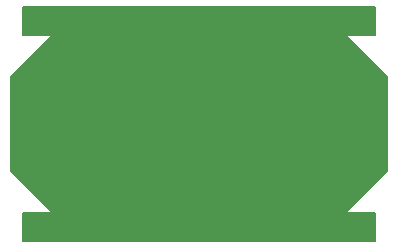
<source format=gbs>
G04 #@! TF.FileFunction,Soldermask,Bot*
%FSLAX46Y46*%
G04 Gerber Fmt 4.6, Leading zero omitted, Abs format (unit mm)*
G04 Created by KiCad (PCBNEW 4.0.7-e2-6376~58~ubuntu16.04.1) date Sat May 19 18:02:08 2018*
%MOMM*%
%LPD*%
G01*
G04 APERTURE LIST*
%ADD10C,0.100000*%
%ADD11R,4.464000X1.924000*%
%ADD12R,2.432000X2.432000*%
%ADD13O,2.432000X2.432000*%
%ADD14C,0.200000*%
G04 APERTURE END LIST*
D10*
D11*
X2200000Y11770000D03*
X2200000Y6230000D03*
X29800000Y6230000D03*
X29800000Y11770000D03*
D12*
X25200000Y14400000D03*
D13*
X25200000Y11860000D03*
D14*
G36*
X30900000Y16500000D02*
X28600000Y16500000D01*
X28561094Y16492121D01*
X28528319Y16469727D01*
X28506839Y16436346D01*
X28500038Y16397237D01*
X28508989Y16358564D01*
X28529289Y16329289D01*
X31900000Y12958578D01*
X31900000Y5041422D01*
X28529289Y1670711D01*
X28507350Y1637629D01*
X28500010Y1598619D01*
X28508425Y1559825D01*
X28531270Y1527363D01*
X28564945Y1506346D01*
X28600000Y1500000D01*
X30900000Y1500000D01*
X30900000Y-900000D01*
X1100000Y-900000D01*
X1100000Y1500000D01*
X3400000Y1500000D01*
X3438906Y1507879D01*
X3471681Y1530273D01*
X3493161Y1563654D01*
X3499962Y1602763D01*
X3491011Y1641436D01*
X3470711Y1670711D01*
X100000Y5041422D01*
X100000Y12958578D01*
X3470711Y16329289D01*
X3492650Y16362371D01*
X3499990Y16401381D01*
X3491575Y16440175D01*
X3468730Y16472637D01*
X3435055Y16493654D01*
X3400000Y16500000D01*
X1100000Y16500000D01*
X1100000Y18900000D01*
X30900000Y18900000D01*
X30900000Y16500000D01*
X30900000Y16500000D01*
G37*
X30900000Y16500000D02*
X28600000Y16500000D01*
X28561094Y16492121D01*
X28528319Y16469727D01*
X28506839Y16436346D01*
X28500038Y16397237D01*
X28508989Y16358564D01*
X28529289Y16329289D01*
X31900000Y12958578D01*
X31900000Y5041422D01*
X28529289Y1670711D01*
X28507350Y1637629D01*
X28500010Y1598619D01*
X28508425Y1559825D01*
X28531270Y1527363D01*
X28564945Y1506346D01*
X28600000Y1500000D01*
X30900000Y1500000D01*
X30900000Y-900000D01*
X1100000Y-900000D01*
X1100000Y1500000D01*
X3400000Y1500000D01*
X3438906Y1507879D01*
X3471681Y1530273D01*
X3493161Y1563654D01*
X3499962Y1602763D01*
X3491011Y1641436D01*
X3470711Y1670711D01*
X100000Y5041422D01*
X100000Y12958578D01*
X3470711Y16329289D01*
X3492650Y16362371D01*
X3499990Y16401381D01*
X3491575Y16440175D01*
X3468730Y16472637D01*
X3435055Y16493654D01*
X3400000Y16500000D01*
X1100000Y16500000D01*
X1100000Y18900000D01*
X30900000Y18900000D01*
X30900000Y16500000D01*
M02*

</source>
